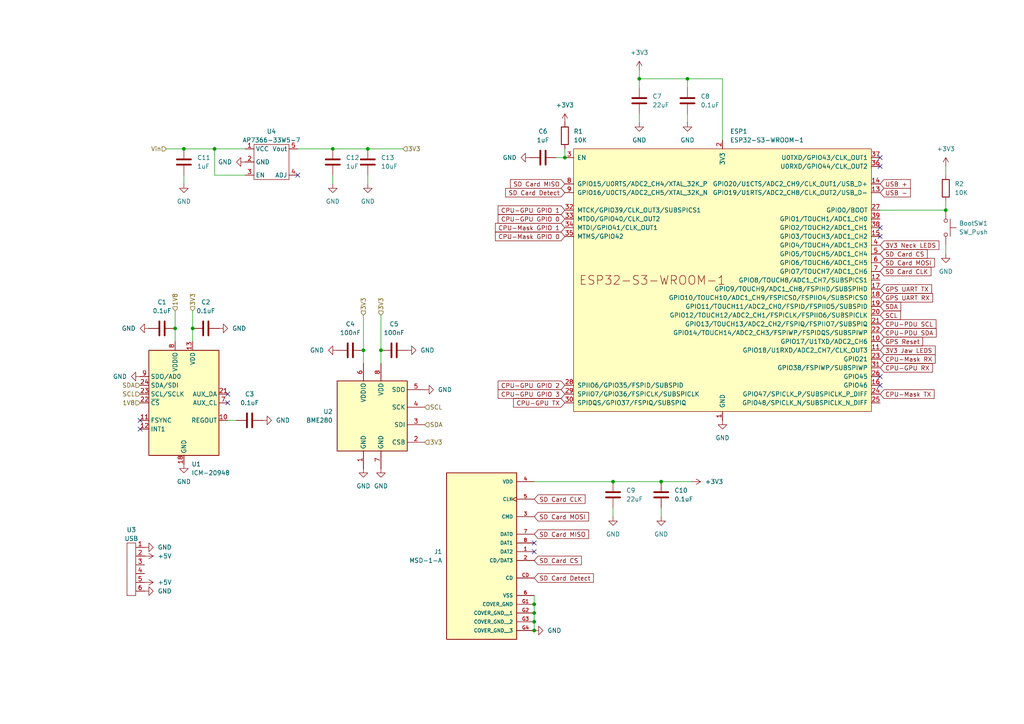
<source format=kicad_sch>
(kicad_sch (version 20231120) (generator "eeschema") (generator_version "8.0")
  (paper "A4")
  (lib_symbols
    (symbol "AP7366_SOT_25:AP7366_SOT25"
      (property "Reference" "U" (at 0 5.334 0))
      (symbol "AP7366_SOT25_0_1"
        (rectangle (start -5.08 3.81) (end 5.08 -6.35))
      )
      (symbol "AP7366_SOT25_1_1"
        (pin power_in line (at -7.62 2.54 0) (length 2.54) (name "VCC") (number "1"))
        (pin power_in line (at -7.62 -1.27 0) (length 2.54) (name "GND") (number "2"))
        (pin input line (at -7.62 -5.08 0) (length 2.54) (name "EN") (number "3"))
        (pin power_in line (at 7.62 -5.08 180) (length 2.54) (name "ADJ") (number "4"))
        (pin power_in line (at 7.62 2.54 180) (length 2.54) (name "Vout") (number "5"))
      )
    )
    (symbol "Device:C" (pin_numbers hide) (pin_names (offset 0.254))
      (property "Reference" "C" (at 0.635 2.54 0))
      (property "Value" "C" (at 0.635 -2.54 0))
      (symbol "C_0_1"
        (polyline (pts (xy -2.032 -0.762) (xy 2.032 -0.762)) (stroke (width 0.508)))
        (polyline (pts (xy -2.032 0.762) (xy 2.032 0.762)) (stroke (width 0.508)))
      )
      (symbol "C_1_1"
        (pin passive line (at 0 3.81 270) (length 2.794) (name "~") (number "1"))
        (pin passive line (at 0 -3.81 90) (length 2.794) (name "~") (number "2"))
      )
    )
    (symbol "Device:R" (pin_numbers hide) (pin_names (offset 0))
      (property "Reference" "R" (at 2.032 0 90))
      (property "Value" "R" (at 0 0 90))
      (symbol "R_0_1"
        (rectangle (start -1.016 -2.54) (end 1.016 2.54) (stroke (width 0.254)))
      )
      (symbol "R_1_1"
        (pin passive line (at 0 3.81 270) (length 1.27) (name "~") (number "1"))
        (pin passive line (at 0 -3.81 90) (length 1.27) (name "~") (number "2"))
      )
    )
    (symbol "FCC_Connector:FFC_6P"
      (property "Reference" "U" (at 0 9.398 0))
      (symbol "FFC_6P_0_1"
        (rectangle (start -1.27 7.62) (end 1.27 -7.62))
      )
      (symbol "FFC_6P_1_1"
        (pin input line (at 3.81 6.35 180) (length 2.54) (name "") (number "1"))
        (pin input line (at 3.81 3.81 180) (length 2.54) (name "") (number "2"))
        (pin input line (at 3.81 1.27 180) (length 2.54) (name "") (number "3"))
        (pin input line (at 3.81 -1.27 180) (length 2.54) (name "") (number "4"))
        (pin input line (at 3.81 -3.81 180) (length 2.54) (name "") (number "5"))
        (pin input line (at 3.81 -6.35 180) (length 2.54) (name "") (number "6"))
      )
    )
    (symbol "MicroSD_MSD_1_A:MSD-1-A" (pin_names (offset 1.016))
      (property "Reference" "J" (at -10.16 21.082 0))
      (property "Value" "MSD-1-A" (at -10.16 -30.48 0))
      (symbol "MSD-1-A_0_0"
        (rectangle (start -10.16 -27.94) (end 10.16 20.32) (stroke (width 0.254)) (fill (type background)))
        (pin bidirectional line (at -15.24 -2.54 0) (length 5.08) (name "DAT2") (number "1"))
        (pin bidirectional line (at -15.24 -5.08 0) (length 5.08) (name "CD/DAT3") (number "2"))
        (pin bidirectional line (at -15.24 7.62 0) (length 5.08) (name "CMD") (number "3"))
        (pin power_in line (at -15.24 17.78 0) (length 5.08) (name "VDD") (number "4"))
        (pin input clock (at -15.24 12.7 0) (length 5.08) (name "CLK") (number "5"))
        (pin power_in line (at -15.24 -15.24 0) (length 5.08) (name "VSS") (number "6"))
        (pin bidirectional line (at -15.24 2.54 0) (length 5.08) (name "DAT0") (number "7"))
        (pin bidirectional line (at -15.24 0 0) (length 5.08) (name "DAT1") (number "8"))
        (pin passive line (at -15.24 -10.16 0) (length 5.08) (name "CD") (number "CD"))
        (pin power_in line (at -15.24 -17.78 0) (length 5.08) (name "COVER_GND") (number "G1"))
        (pin power_in line (at -15.24 -20.32 0) (length 5.08) (name "COVER_GND__1") (number "G2"))
        (pin power_in line (at -15.24 -22.86 0) (length 5.08) (name "COVER_GND__2") (number "G3"))
        (pin power_in line (at -15.24 -25.4 0) (length 5.08) (name "COVER_GND__3") (number "G4"))
      )
    )
    (symbol "PCM_Espressif:ESP32-S3-WROOM-1" (pin_names (offset 1.016))
      (property "Reference" "U" (at -43.18 43.18 0))
      (property "Value" "ESP32-S3-WROOM-1" (at -43.18 40.64 0))
      (symbol "ESP32-S3-WROOM-1_0_0"
        (text "ESP32-S3-WROOM-1" (at -20.32 0 0) (effects (font (size 2.54 2.54))))
        (pin power_in line (at 0 -40.64 90) (length 2.54) (name "GND") (number "1"))
        (pin bidirectional line (at 45.72 -17.78 180) (length 2.54) (name "GPIO17/U1TXD/ADC2_CH6") (number "10"))
        (pin bidirectional line (at 45.72 -20.32 180) (length 2.54) (name "GPIO18/U1RXD/ADC2_CH7/CLK_OUT3") (number "11"))
        (pin bidirectional line (at 45.72 0 180) (length 2.54) (name "GPIO8/TOUCH8/ADC1_CH7/SUBSPICS1") (number "12"))
        (pin bidirectional line (at 45.72 25.4 180) (length 2.54) (name "GPIO19/U1RTS/ADC2_CH8/CLK_OUT2/USB_D-") (number "13"))
        (pin bidirectional line (at 45.72 27.94 180) (length 2.54) (name "GPIO20/U1CTS/ADC2_CH9/CLK_OUT1/USB_D+") (number "14"))
        (pin bidirectional line (at 45.72 12.7 180) (length 2.54) (name "GPIO3/TOUCH3/ADC1_CH2") (number "15"))
        (pin bidirectional line (at 45.72 -30.48 180) (length 2.54) (name "GPIO46") (number "16"))
        (pin bidirectional line (at 45.72 -2.54 180) (length 2.54) (name "GPIO9/TOUCH9/ADC1_CH8/FSPIHD/SUBSPIHD") (number "17"))
        (pin bidirectional line (at 45.72 -5.08 180) (length 2.54) (name "GPIO10/TOUCH10/ADC1_CH9/FSPICS0/FSPIIO4/SUBSPICS0") (number "18"))
        (pin bidirectional line (at 45.72 -7.62 180) (length 2.54) (name "GPIO11/TOUCH11/ADC2_CH0/FSPID/FSPIIO5/SUBSPID") (number "19"))
        (pin power_in line (at 0 40.64 270) (length 2.54) (name "3V3") (number "2"))
        (pin bidirectional line (at 45.72 -10.16 180) (length 2.54) (name "GPIO12/TOUCH12/ADC2_CH1/FSPICLK/FSPIIO6/SUBSPICLK") (number "20"))
        (pin bidirectional line (at 45.72 -12.7 180) (length 2.54) (name "GPIO13/TOUCH13/ADC2_CH2/FSPIQ/FSPIIO7/SUBSPIQ") (number "21"))
        (pin bidirectional line (at 45.72 -15.24 180) (length 2.54) (name "GPIO14/TOUCH14/ADC2_CH3/FSPIWP/FSPIDQS/SUBSPIWP") (number "22"))
        (pin bidirectional line (at 45.72 -22.86 180) (length 2.54) (name "GPIO21") (number "23"))
        (pin bidirectional line (at 45.72 -33.02 180) (length 2.54) (name "GPIO47/SPICLK_P/SUBSPICLK_P_DIFF") (number "24"))
        (pin bidirectional line (at 45.72 -35.56 180) (length 2.54) (name "GPIO48/SPICLK_N/SUBSPICLK_N_DIFF") (number "25"))
        (pin bidirectional line (at 45.72 -27.94 180) (length 2.54) (name "GPIO45") (number "26"))
        (pin bidirectional line (at 45.72 20.32 180) (length 2.54) (name "GPIO0/BOOT") (number "27"))
        (pin bidirectional line (at -45.72 -30.48 0) (length 2.54) (name "SPIIO6/GPIO35/FSPID/SUBSPID") (number "28"))
        (pin bidirectional line (at -45.72 -33.02 0) (length 2.54) (name "SPIIO7/GPIO36/FSPICLK/SUBSPICLK") (number "29"))
        (pin input line (at -45.72 35.56 0) (length 2.54) (name "EN") (number "3"))
        (pin bidirectional line (at -45.72 -35.56 0) (length 2.54) (name "SPIDQS/GPIO37/FSPIQ/SUBSPIQ") (number "30"))
        (pin bidirectional line (at 45.72 -25.4 180) (length 2.54) (name "GPIO38/FSPIWP/SUBSPIWP") (number "31"))
        (pin bidirectional line (at -45.72 20.32 0) (length 2.54) (name "MTCK/GPIO39/CLK_OUT3/SUBSPICS1") (number "32"))
        (pin bidirectional line (at -45.72 17.78 0) (length 2.54) (name "MTDO/GPIO40/CLK_OUT2") (number "33"))
        (pin bidirectional line (at -45.72 15.24 0) (length 2.54) (name "MTDI/GPIO41/CLK_OUT1") (number "34"))
        (pin bidirectional line (at -45.72 12.7 0) (length 2.54) (name "MTMS/GPIO42") (number "35"))
        (pin bidirectional line (at 45.72 33.02 180) (length 2.54) (name "U0RXD/GPIO44/CLK_OUT2") (number "36"))
        (pin bidirectional line (at 45.72 35.56 180) (length 2.54) (name "U0TXD/GPIO43/CLK_OUT1") (number "37"))
        (pin bidirectional line (at 45.72 15.24 180) (length 2.54) (name "GPIO2/TOUCH2/ADC1_CH1") (number "38"))
        (pin bidirectional line (at 45.72 17.78 180) (length 2.54) (name "GPIO1/TOUCH1/ADC1_CH0") (number "39"))
        (pin bidirectional line (at 45.72 10.16 180) (length 2.54) (name "GPIO4/TOUCH4/ADC1_CH3") (number "4"))
        (pin passive line (at 0 -40.64 90) (length 2.54) hide (name "GND") (number "40"))
        (pin passive line (at 0 -40.64 90) (length 2.54) hide (name "GND") (number "41"))
        (pin bidirectional line (at 45.72 7.62 180) (length 2.54) (name "GPIO5/TOUCH5/ADC1_CH4") (number "5"))
        (pin bidirectional line (at 45.72 5.08 180) (length 2.54) (name "GPIO6/TOUCH6/ADC1_CH5") (number "6"))
        (pin bidirectional line (at 45.72 2.54 180) (length 2.54) (name "GPIO7/TOUCH7/ADC1_CH6") (number "7"))
        (pin bidirectional line (at -45.72 27.94 0) (length 2.54) (name "GPIO15/U0RTS/ADC2_CH4/XTAL_32K_P") (number "8"))
        (pin bidirectional line (at -45.72 25.4 0) (length 2.54) (name "GPIO16/U0CTS/ADC2_CH5/XTAL_32K_N") (number "9"))
      )
      (symbol "ESP32-S3-WROOM-1_0_1"
        (rectangle (start -43.18 38.1) (end 43.18 -38.1) (fill (type background)))
      )
    )
    (symbol "Sensor:BME280"
      (property "Reference" "U" (at -8.89 11.43 0))
      (property "Value" "BME280" (at 7.62 11.43 0))
      (symbol "BME280_0_1"
        (rectangle (start -10.16 10.16) (end 10.16 -10.16) (stroke (width 0.254)) (fill (type background)))
      )
      (symbol "BME280_1_1"
        (pin power_in line (at -2.54 -15.24 90) (length 5.08) (name "GND") (number "1"))
        (pin input line (at 15.24 -7.62 180) (length 5.08) (name "CSB") (number "2"))
        (pin bidirectional line (at 15.24 -2.54 180) (length 5.08) (name "SDI") (number "3"))
        (pin input line (at 15.24 2.54 180) (length 5.08) (name "SCK") (number "4"))
        (pin bidirectional line (at 15.24 7.62 180) (length 5.08) (name "SDO") (number "5"))
        (pin power_in line (at -2.54 15.24 270) (length 5.08) (name "VDDIO") (number "6"))
        (pin power_in line (at 2.54 -15.24 90) (length 5.08) (name "GND") (number "7"))
        (pin power_in line (at 2.54 15.24 270) (length 5.08) (name "VDD") (number "8"))
      )
    )
    (symbol "Sensor_Motion:ICM-20948"
      (property "Reference" "U" (at -11.43 16.51 0))
      (property "Value" "ICM-20948" (at 7.62 -16.51 0))
      (symbol "ICM-20948_0_1"
        (rectangle (start -10.16 15.24) (end 10.16 -15.24) (stroke (width 0.254)) (fill (type background)))
      )
      (symbol "ICM-20948_1_1"
        (pin no_connect line (at -10.16 12.7 0) (length 2.54) hide (name "NC") (number "1"))
        (pin passive line (at 12.7 -5.08 180) (length 2.54) (name "REGOUT") (number "10"))
        (pin input line (at -12.7 -5.08 0) (length 2.54) (name "FSYNC") (number "11"))
        (pin output line (at -12.7 -7.62 0) (length 2.54) (name "INT1") (number "12"))
        (pin power_in line (at 2.54 17.78 270) (length 2.54) (name "VDD") (number "13"))
        (pin no_connect line (at 10.16 7.62 180) (length 2.54) hide (name "NC") (number "14"))
        (pin no_connect line (at 10.16 5.08 180) (length 2.54) hide (name "NC") (number "15"))
        (pin no_connect line (at 10.16 -7.62 180) (length 2.54) hide (name "NC") (number "16"))
        (pin no_connect line (at 10.16 -10.16 180) (length 2.54) hide (name "NC") (number "17"))
        (pin power_in line (at 0 -17.78 90) (length 2.54) (name "GND") (number "18"))
        (pin no_connect line (at 10.16 -12.7 180) (length 2.54) hide (name "RESV") (number "19"))
        (pin no_connect line (at -10.16 10.16 0) (length 2.54) hide (name "NC") (number "2"))
        (pin passive line (at 0 -17.78 90) (length 2.54) hide (name "GND") (number "20"))
        (pin bidirectional line (at 12.7 2.54 180) (length 2.54) (name "AUX_DA") (number "21"))
        (pin input line (at -12.7 0 0) (length 2.54) (name "~{CS}") (number "22"))
        (pin input line (at -12.7 2.54 0) (length 2.54) (name "SCL/SCLK") (number "23"))
        (pin bidirectional line (at -12.7 5.08 0) (length 2.54) (name "SDA/SDI") (number "24"))
        (pin no_connect line (at -10.16 -2.54 0) (length 2.54) hide (name "NC") (number "3"))
        (pin no_connect line (at -10.16 -10.16 0) (length 2.54) hide (name "NC") (number "4"))
        (pin no_connect line (at -10.16 -12.7 0) (length 2.54) hide (name "NC") (number "5"))
        (pin no_connect line (at 10.16 10.16 180) (length 2.54) hide (name "NC") (number "6"))
        (pin output line (at 12.7 0 180) (length 2.54) (name "AUX_CL") (number "7"))
        (pin power_in line (at -2.54 17.78 270) (length 2.54) (name "VDDIO") (number "8"))
        (pin bidirectional line (at -12.7 7.62 0) (length 2.54) (name "SDO/AD0") (number "9"))
      )
    )
    (symbol "Switch:SW_Push" (pin_numbers hide) (pin_names (offset 1.016) hide)
      (property "Reference" "SW" (at 1.27 2.54 0))
      (property "Value" "SW_Push" (at 0 -1.524 0))
      (symbol "SW_Push_0_1"
        (circle (center -2.032 0) (radius 0.508))
        (polyline (pts (xy 0 1.27) (xy 0 3.048)))
        (polyline (pts (xy 2.54 1.27) (xy -2.54 1.27)))
        (circle (center 2.032 0) (radius 0.508))
        (pin passive line (at -5.08 0 0) (length 2.54) (name "1") (number "1"))
        (pin passive line (at 5.08 0 180) (length 2.54) (name "2") (number "2"))
      )
    )
    (symbol "power:+3V3" (power) (pin_numbers hide) (pin_names (offset 0) hide)
      (property "Value" "+3V3" (at 0 3.556 0))
      (symbol "+3V3_0_1"
        (polyline (pts (xy -0.762 1.27) (xy 0 2.54)))
        (polyline (pts (xy 0 0) (xy 0 2.54)))
        (polyline (pts (xy 0 2.54) (xy 0.762 1.27)))
      )
      (symbol "+3V3_1_1"
        (pin power_in line (at 0 0 90) (length 0) (name "~") (number "1"))
      )
    )
    (symbol "power:+5V" (power) (pin_numbers hide) (pin_names (offset 0) hide)
      (property "Value" "+5V" (at 0 3.556 0))
      (symbol "+5V_0_1"
        (polyline (pts (xy -0.762 1.27) (xy 0 2.54)))
        (polyline (pts (xy 0 0) (xy 0 2.54)))
        (polyline (pts (xy 0 2.54) (xy 0.762 1.27)))
      )
      (symbol "+5V_1_1"
        (pin power_in line (at 0 0 90) (length 0) (name "~") (number "1"))
      )
    )
    (symbol "power:GND" (power) (pin_numbers hide) (pin_names (offset 0) hide)
      (property "Value" "GND" (at 0 -3.81 0))
      (symbol "GND_0_1"
        (polyline (pts (xy 0 0) (xy 0 -1.27) (xy 1.27 -1.27) (xy 0 -2.54) (xy -1.27 -1.27) (xy 0 -1.27)))
      )
      (symbol "GND_1_1"
        (pin power_in line (at 0 0 270) (length 0) (name "~") (number "1"))
      )
    )
  )
  (junction (at 106.68 43.18))
  (junction (at 110.49 101.6))
  (junction (at 274.32 60.96))
  (junction (at 105.41 101.6))
  (junction (at 50.8 95.25))
  (junction (at 62.23 43.18))
  (junction (at 53.34 43.18))
  (junction (at 154.94 180.34))
  (junction (at 154.94 175.26))
  (junction (at 199.39 22.86))
  (junction (at 163.83 45.72))
  (junction (at 154.94 177.8))
  (junction (at 96.52 43.18))
  (junction (at 55.88 95.25))
  (junction (at 154.94 182.88))
  (junction (at 177.8 139.7))
  (junction (at 185.42 22.86))
  (junction (at 191.77 139.7))
  (no_connect (at 255.27 66.04))
  (no_connect (at 154.94 157.48))
  (no_connect (at 255.27 111.76))
  (no_connect (at 86.36 50.8))
  (no_connect (at 255.27 109.22))
  (no_connect (at 255.27 68.58))
  (no_connect (at 40.64 121.92))
  (no_connect (at 66.04 114.3))
  (no_connect (at 40.64 124.46))
  (no_connect (at 255.27 48.26))
  (no_connect (at 154.94 160.02))
  (no_connect (at 66.04 116.84))
  (no_connect (at 255.27 45.72))
  (wire (pts (xy 274.32 48.26) (xy 274.32 50.8)))
  (wire (pts (xy 50.8 95.25) (xy 50.8 99.06)))
  (wire (pts (xy 105.41 91.44) (xy 105.41 101.6)))
  (wire (pts (xy 53.34 43.18) (xy 62.23 43.18)))
  (wire (pts (xy 96.52 50.8) (xy 96.52 53.34)))
  (wire (pts (xy 163.83 43.18) (xy 163.83 45.72)))
  (wire (pts (xy 274.32 73.66) (xy 274.32 71.12)))
  (wire (pts (xy 53.34 50.8) (xy 53.34 53.34)))
  (wire (pts (xy 274.32 58.42) (xy 274.32 60.96)))
  (wire (pts (xy 209.55 22.86) (xy 209.55 40.64)))
  (wire (pts (xy 86.36 43.18) (xy 96.52 43.18)))
  (wire (pts (xy 154.94 182.88) (xy 154.94 180.34)))
  (wire (pts (xy 106.68 43.18) (xy 96.52 43.18)))
  (wire (pts (xy 161.29 45.72) (xy 163.83 45.72)))
  (wire (pts (xy 110.49 91.44) (xy 110.49 101.6)))
  (wire (pts (xy 185.42 22.86) (xy 185.42 25.4)))
  (wire (pts (xy 106.68 43.18) (xy 116.84 43.18)))
  (wire (pts (xy 154.94 139.7) (xy 177.8 139.7)))
  (wire (pts (xy 154.94 177.8) (xy 154.94 180.34)))
  (wire (pts (xy 177.8 139.7) (xy 191.77 139.7)))
  (wire (pts (xy 110.49 101.6) (xy 110.49 105.41)))
  (wire (pts (xy 199.39 22.86) (xy 209.55 22.86)))
  (wire (pts (xy 154.94 175.26) (xy 154.94 177.8)))
  (wire (pts (xy 177.8 147.32) (xy 177.8 149.86)))
  (wire (pts (xy 55.88 95.25) (xy 55.88 99.06)))
  (wire (pts (xy 62.23 43.18) (xy 71.12 43.18)))
  (wire (pts (xy 62.23 50.8) (xy 62.23 43.18)))
  (wire (pts (xy 154.94 172.72) (xy 154.94 175.26)))
  (wire (pts (xy 185.42 33.02) (xy 185.42 35.56)))
  (wire (pts (xy 71.12 50.8) (xy 62.23 50.8)))
  (wire (pts (xy 106.68 50.8) (xy 106.68 53.34)))
  (wire (pts (xy 50.8 90.17) (xy 50.8 95.25)))
  (wire (pts (xy 68.58 121.92) (xy 66.04 121.92)))
  (wire (pts (xy 199.39 22.86) (xy 199.39 25.4)))
  (wire (pts (xy 105.41 101.6) (xy 105.41 105.41)))
  (wire (pts (xy 199.39 33.02) (xy 199.39 35.56)))
  (wire (pts (xy 55.88 90.17) (xy 55.88 95.25)))
  (wire (pts (xy 48.26 43.18) (xy 53.34 43.18)))
  (wire (pts (xy 191.77 147.32) (xy 191.77 149.86)))
  (wire (pts (xy 200.66 139.7) (xy 191.77 139.7)))
  (wire (pts (xy 255.27 60.96) (xy 274.32 60.96)))
  (wire (pts (xy 185.42 20.32) (xy 185.42 22.86)))
  (wire (pts (xy 185.42 22.86) (xy 199.39 22.86)))
  (global_label "USB -" (shape input) (at 255.27 55.88 0) (property "Intersheetrefs" "${INTERSHEET_REFS}" (effects (hide yes))))
  (global_label "SD Card CS" (shape input) (at 255.27 73.66 0) (property "Intersheetrefs" "${INTERSHEET_REFS}" (effects (hide yes))))
  (global_label "GPS Reset" (shape input) (at 255.27 99.06 0) (property "Intersheetrefs" "${INTERSHEET_REFS}" (effects (hide yes))))
  (global_label "CPU-GPU GPIO 2" (shape input) (at 163.83 111.76 180) (property "Intersheetrefs" "${INTERSHEET_REFS}" (effects (hide yes))))
  (global_label "SD Card MISO" (shape input) (at 163.83 53.34 180) (property "Intersheetrefs" "${INTERSHEET_REFS}" (effects (hide yes))))
  (global_label "CPU-GPU RX" (shape input) (at 255.27 106.68 0) (property "Intersheetrefs" "${INTERSHEET_REFS}" (effects (hide yes))))
  (global_label "CPU-PDU SCL" (shape input) (at 255.27 93.98 0) (property "Intersheetrefs" "${INTERSHEET_REFS}" (effects (hide yes))))
  (global_label "SD Card CLK" (shape input) (at 154.94 144.78 0) (property "Intersheetrefs" "${INTERSHEET_REFS}" (effects (hide yes))))
  (global_label "3V3 Neck LEDS" (shape input) (at 255.27 71.12 0) (property "Intersheetrefs" "${INTERSHEET_REFS}" (effects (hide yes))))
  (global_label "SD Card CLK" (shape input) (at 255.27 78.74 0) (property "Intersheetrefs" "${INTERSHEET_REFS}" (effects (hide yes))))
  (global_label "SD Card Detect" (shape input) (at 163.83 55.88 180) (property "Intersheetrefs" "${INTERSHEET_REFS}" (effects (hide yes))))
  (global_label "GPS UART RX" (shape input) (at 255.27 86.36 0) (property "Intersheetrefs" "${INTERSHEET_REFS}" (effects (hide yes))))
  (global_label "GPS UART TX" (shape input) (at 255.27 83.82 0) (property "Intersheetrefs" "${INTERSHEET_REFS}" (effects (hide yes))))
  (global_label "CPU-GPU TX" (shape input) (at 163.83 116.84 180) (property "Intersheetrefs" "${INTERSHEET_REFS}" (effects (hide yes))))
  (global_label "CPU-GPU GPIO 1" (shape input) (at 163.83 60.96 180) (property "Intersheetrefs" "${INTERSHEET_REFS}" (effects (hide yes))))
  (global_label "3V3 Jaw LEDS" (shape input) (at 255.27 101.6 0) (property "Intersheetrefs" "${INTERSHEET_REFS}" (effects (hide yes))))
  (global_label "CPU-Mask GPIO 0" (shape input) (at 163.83 68.58 180) (property "Intersheetrefs" "${INTERSHEET_REFS}" (effects (hide yes))))
  (global_label "SD Card MOSI" (shape input) (at 255.27 76.2 0) (property "Intersheetrefs" "${INTERSHEET_REFS}" (effects (hide yes))))
  (global_label "SD Card MOSI" (shape input) (at 154.94 149.86 0) (property "Intersheetrefs" "${INTERSHEET_REFS}" (effects (hide yes))))
  (global_label "CPU-Mask RX" (shape input) (at 255.27 104.14 0) (property "Intersheetrefs" "${INTERSHEET_REFS}" (effects (hide yes))))
  (global_label "SD Card CS" (shape input) (at 154.94 162.56 0) (property "Intersheetrefs" "${INTERSHEET_REFS}" (effects (hide yes))))
  (global_label "SDA" (shape input) (at 255.27 88.9 0) (property "Intersheetrefs" "${INTERSHEET_REFS}" (effects (hide yes))))
  (global_label "SD Card Detect" (shape input) (at 154.94 167.64 0) (property "Intersheetrefs" "${INTERSHEET_REFS}" (effects (hide yes))))
  (global_label "CPU-Mask GPIO 1" (shape input) (at 163.83 66.04 180) (property "Intersheetrefs" "${INTERSHEET_REFS}" (effects (hide yes))))
  (global_label "CPU-PDU SDA" (shape input) (at 255.27 96.52 0) (property "Intersheetrefs" "${INTERSHEET_REFS}" (effects (hide yes))))
  (global_label "SD Card MISO" (shape input) (at 154.94 154.94 0) (property "Intersheetrefs" "${INTERSHEET_REFS}" (effects (hide yes))))
  (global_label "USB +" (shape input) (at 255.27 53.34 0) (property "Intersheetrefs" "${INTERSHEET_REFS}" (effects (hide yes))))
  (global_label "CPU-Mask TX" (shape input) (at 255.27 114.3 0) (property "Intersheetrefs" "${INTERSHEET_REFS}" (effects (hide yes))))
  (global_label "CPU-GPU GPIO 0" (shape input) (at 163.83 63.5 180) (property "Intersheetrefs" "${INTERSHEET_REFS}" (effects (hide yes))))
  (global_label "CPU-GPU GPIO 3" (shape input) (at 163.83 114.3 180) (property "Intersheetrefs" "${INTERSHEET_REFS}" (effects (hide yes))))
  (global_label "SCL" (shape input) (at 255.27 91.44 0) (property "Intersheetrefs" "${INTERSHEET_REFS}" (effects (hide yes))))
  (hierarchical_label "3V3" (shape input) (at 110.49 91.44 90))
  (hierarchical_label "SDA" (shape input) (at 40.64 111.76 180))
  (hierarchical_label "3V3" (shape input) (at 123.19 128.27 0))
  (hierarchical_label "3V3" (shape input) (at 55.88 90.17 90))
  (hierarchical_label "1V8" (shape input) (at 50.8 90.17 90))
  (hierarchical_label "Vin" (shape input) (at 48.26 43.18 180))
  (hierarchical_label "SDA" (shape input) (at 123.19 123.19 0))
  (hierarchical_label "3V3" (shape input) (at 116.84 43.18 0))
  (hierarchical_label "SCL" (shape input) (at 40.64 114.3 180))
  (hierarchical_label "SCL" (shape input) (at 123.19 118.11 0))
  (hierarchical_label "1V8" (shape input) (at 40.64 116.84 180))
  (hierarchical_label "3V3" (shape input) (at 105.41 91.44 90))
  (symbol (lib_id "Switch:SW_Push") (at 274.32 66.04 270) (unit 1)
    (property "Reference" "BootSW1" (at 278.13 64.7699 90) (effects (justify left)))
    (property "Value" "SW_Push" (at 278.13 67.3099 90) (effects (justify left)))
    (property "Footprint" "Button-R-667843:Button-R-667843" (effects (hide yes)))
    (property "Description" "Push button switch, generic, two pins" (effects (hide yes)))
  )
  (symbol (lib_id "power:GND") (at 153.67 45.72 270) (unit 1)
    (property "Reference" "#PWR011" (effects (hide yes)))
    (property "Value" "GND" (at 149.86 45.7199 90) (effects (justify right)))
    (property "Description" "Power symbol creates a global label with name \"GND\" , ground" (effects (hide yes)))
  )
  (symbol (lib_id "Sensor_Motion:ICM-20948") (at 53.34 116.84 0) (unit 1)
    (property "Reference" "U1" (at 55.5341 134.62 0) (effects (justify left)))
    (property "Value" "ICM-20948" (at 55.5341 137.16 0) (effects (justify left)))
    (property "Footprint" "Sensor_Motion:InvenSense_QFN-24_3x3mm_P0.4mm" (effects (hide yes)))
    (property "Datasheet" "http://www.invensense.com/wp-content/uploads/2016/06/DS-000189-ICM-20948-v1.3.pdf" (effects (hide yes)))
    (property "Description" "InvenSense 9-Axis Motion Sensor, Accelerometer, Gyroscope, Compass, I2C/SPI, QFN-24" (effects (hide yes)))
  )
  (symbol (lib_id "PCM_Espressif:ESP32-S3-WROOM-1") (at 209.55 81.28 0) (unit 1)
    (property "Reference" "ESP1" (at 211.7441 38.1 0) (effects (justify left)))
    (property "Value" "ESP32-S3-WROOM-1" (at 211.7441 40.64 0) (effects (justify left)))
    (property "Footprint" "PCM_Espressif:ESP32-S3-WROOM-1U" (effects (hide yes)))
    (property "Datasheet" "https://www.espressif.com/sites/default/files/documentation/esp32-s3-wroom-1_wroom-1u_datasheet_en.pdf" (effects (hide yes)))
    (property "Description" "2.4 GHz WiFi (802.11 b/g/n) and Bluetooth ® 5 (LE) module Built around ESP32S3 series of SoCs, Xtensa ® dualcore 32bit LX7 microprocessor Flash up to 16 MB, PSRAM up to 8 MB 36 GPIOs, rich set of peripherals Onboard PCB antenna" (effects (hide yes)))
  )
  (symbol (lib_id "Device:C") (at 106.68 46.99 0) (unit 1)
    (property "Reference" "C13" (at 110.49 45.7199 0) (effects (justify left)))
    (property "Value" "10uF" (at 110.49 48.2599 0) (effects (justify left)))
    (property "Footprint" "Capacitor_SMD:C_0603_1608Metric" (effects (hide yes)))
    (property "Description" "Unpolarized capacitor" (effects (hide yes)))
  )
  (symbol (lib_id "Device:C") (at 114.3 101.6 90) (unit 1)
    (property "Reference" "C5" (at 114.3 93.98 90))
    (property "Value" "100nF" (at 114.3 96.52 90))
    (property "Footprint" "Capacitor_SMD:C_0402_1005Metric_Pad0.74x0.62mm_HandSolder" (effects (hide yes)))
    (property "Description" "Unpolarized capacitor" (effects (hide yes)))
  )
  (symbol (lib_id "power:GND") (at 185.42 35.56 0) (unit 1)
    (property "Reference" "#PWR014" (effects (hide yes)))
    (property "Value" "GND" (at 185.42 40.64 0))
    (property "Description" "Power symbol creates a global label with name \"GND\" , ground" (effects (hide yes)))
  )
  (symbol (lib_id "power:GND") (at 71.12 46.99 270) (unit 1)
    (property "Reference" "#PWR028" (effects (hide yes)))
    (property "Value" "GND" (at 67.31 46.9899 90) (effects (justify right)))
    (property "Description" "Power symbol creates a global label with name \"GND\" , ground" (effects (hide yes)))
  )
  (symbol (lib_id "AP7366_SOT_25:AP7366_SOT25") (at 78.74 45.72 0) (unit 1)
    (property "Reference" "U4" (at 78.74 38.1 0))
    (property "Value" "AP7366-33W5-7" (at 78.74 40.64 0))
    (property "Footprint" "AP7366-SOT25:AP7366" (effects (hide yes)))
  )
  (symbol (lib_id "power:+5V") (at 41.91 161.29 270) (unit 1)
    (property "Reference" "#PWR025" (effects (hide yes)))
    (property "Value" "+5V" (at 45.72 161.2899 90) (effects (justify left)))
    (property "Description" "Power symbol creates a global label with name \"+5V\"" (effects (hide yes)))
  )
  (symbol (lib_id "power:+3V3") (at 200.66 139.7 270) (unit 1)
    (property "Reference" "#PWR020" (effects (hide yes)))
    (property "Value" "+3V3" (at 204.47 139.6999 90) (effects (justify left)))
    (property "Description" "Power symbol creates a global label with name \"+3V3\"" (effects (hide yes)))
  )
  (symbol (lib_id "Device:C") (at 72.39 121.92 90) (unit 1)
    (property "Reference" "C3" (at 72.39 114.3 90))
    (property "Value" "0.1uF" (at 72.39 116.84 90))
    (property "Footprint" "Capacitor_SMD:C_0402_1005Metric_Pad0.74x0.62mm_HandSolder" (effects (hide yes)))
    (property "Description" "Unpolarized capacitor" (effects (hide yes)))
  )
  (symbol (lib_id "Device:C") (at 191.77 143.51 0) (unit 1)
    (property "Reference" "C10" (at 195.58 142.2399 0) (effects (justify left)))
    (property "Value" "0.1uF" (at 195.58 144.7799 0) (effects (justify left)))
    (property "Footprint" "Capacitor_SMD:C_0402_1005Metric_Pad0.74x0.62mm_HandSolder" (effects (hide yes)))
    (property "Description" "Unpolarized capacitor" (effects (hide yes)))
  )
  (symbol (lib_id "Device:C") (at 185.42 29.21 0) (unit 1)
    (property "Reference" "C7" (at 189.23 27.9399 0) (effects (justify left)))
    (property "Value" "22uF" (at 189.23 30.4799 0) (effects (justify left)))
    (property "Footprint" "Capacitor_SMD:C_0603_1608Metric_Pad1.08x0.95mm_HandSolder" (effects (hide yes)))
    (property "Description" "Unpolarized capacitor" (effects (hide yes)))
  )
  (symbol (lib_id "power:GND") (at 177.8 149.86 0) (unit 1)
    (property "Reference" "#PWR018" (effects (hide yes)))
    (property "Value" "GND" (at 177.8 154.94 0))
    (property "Description" "Power symbol creates a global label with name \"GND\" , ground" (effects (hide yes)))
  )
  (symbol (lib_id "power:GND") (at 76.2 121.92 90) (unit 1)
    (property "Reference" "#PWR05" (effects (hide yes)))
    (property "Value" "GND" (at 80.01 121.9199 90) (effects (justify right)))
    (property "Description" "Power symbol creates a global label with name \"GND\" , ground" (effects (hide yes)))
  )
  (symbol (lib_id "power:GND") (at 41.91 158.75 90) (unit 1)
    (property "Reference" "#PWR023" (effects (hide yes)))
    (property "Value" "GND" (at 45.72 158.7499 90) (effects (justify right)))
    (property "Description" "Power symbol creates a global label with name \"GND\" , ground" (effects (hide yes)))
  )
  (symbol (lib_id "power:GND") (at 96.52 53.34 0) (unit 1)
    (property "Reference" "#PWR029" (effects (hide yes)))
    (property "Value" "GND" (at 96.52 58.42 0))
    (property "Description" "Power symbol creates a global label with name \"GND\" , ground" (effects (hide yes)))
  )
  (symbol (lib_id "power:GND") (at 53.34 53.34 0) (unit 1)
    (property "Reference" "#PWR027" (effects (hide yes)))
    (property "Value" "GND" (at 53.34 58.42 0))
    (property "Description" "Power symbol creates a global label with name \"GND\" , ground" (effects (hide yes)))
  )
  (symbol (lib_id "power:GND") (at 53.34 134.62 0) (unit 1)
    (property "Reference" "#PWR03" (effects (hide yes)))
    (property "Value" "GND" (at 53.34 139.7 0))
    (property "Description" "Power symbol creates a global label with name \"GND\" , ground" (effects (hide yes)))
  )
  (symbol (lib_id "Device:C") (at 101.6 101.6 90) (unit 1)
    (property "Reference" "C4" (at 101.6 93.98 90))
    (property "Value" "100nF" (at 101.6 96.52 90))
    (property "Footprint" "Capacitor_SMD:C_0402_1005Metric_Pad0.74x0.62mm_HandSolder" (effects (hide yes)))
    (property "Description" "Unpolarized capacitor" (effects (hide yes)))
  )
  (symbol (lib_id "Device:R") (at 163.83 39.37 0) (unit 1)
    (property "Reference" "R1" (at 166.37 38.0999 0) (effects (justify left)))
    (property "Value" "10K" (at 166.37 40.6399 0) (effects (justify left)))
    (property "Footprint" "Resistor_SMD:R_0603_1608Metric" (effects (hide yes)))
    (property "Description" "Resistor" (effects (hide yes)))
  )
  (symbol (lib_id "Device:C") (at 177.8 143.51 0) (unit 1)
    (property "Reference" "C9" (at 181.61 142.2399 0) (effects (justify left)))
    (property "Value" "22uF" (at 181.61 144.7799 0) (effects (justify left)))
    (property "Footprint" "Capacitor_SMD:C_0603_1608Metric_Pad1.08x0.95mm_HandSolder" (effects (hide yes)))
    (property "Description" "Unpolarized capacitor" (effects (hide yes)))
  )
  (symbol (lib_id "power:+5V") (at 41.91 168.91 270) (unit 1)
    (property "Reference" "#PWR026" (effects (hide yes)))
    (property "Value" "+5V" (at 45.72 168.9099 90) (effects (justify left)))
    (property "Description" "Power symbol creates a global label with name \"+5V\"" (effects (hide yes)))
  )
  (symbol (lib_id "Sensor:BME280") (at 107.95 120.65 0) (unit 1)
    (property "Reference" "U2" (at 96.52 119.3799 0) (effects (justify right)))
    (property "Value" "BME280" (at 96.52 121.9199 0) (effects (justify right)))
    (property "Footprint" "Package_LGA:Bosch_LGA-8_2.5x2.5mm_P0.65mm_ClockwisePinNumbering" (effects (hide yes)))
    (property "Datasheet" "https://www.bosch-sensortec.com/media/boschsensortec/downloads/datasheets/bst-bme280-ds002.pdf" (effects (hide yes)))
    (property "Description" "3-in-1 sensor, humidity, pressure, temperature, I2C and SPI interface, 1.71-3.6V, LGA-8" (effects (hide yes)))
  )
  (symbol (lib_id "Device:C") (at 157.48 45.72 90) (unit 1)
    (property "Reference" "C6" (at 157.48 38.1 90))
    (property "Value" "1uF" (at 157.48 40.64 90))
    (property "Footprint" "Capacitor_SMD:C_0603_1608Metric" (effects (hide yes)))
    (property "Description" "Unpolarized capacitor" (effects (hide yes)))
  )
  (symbol (lib_id "power:GND") (at 97.79 101.6 270) (unit 1)
    (property "Reference" "#PWR06" (effects (hide yes)))
    (property "Value" "GND" (at 93.98 101.5999 90) (effects (justify right)))
    (property "Description" "Power symbol creates a global label with name \"GND\" , ground" (effects (hide yes)))
  )
  (symbol (lib_id "FCC_Connector:FFC_6P") (at 38.1 165.1 0) (unit 1)
    (property "Reference" "U3" (at 38.1 153.67 0))
    (property "Value" "USB" (at 38.1 156.21 0))
    (property "Footprint" "FFC_Connector:FFC Aliexpress 0.5mm 6P" (effects (hide yes)))
  )
  (symbol (lib_id "power:GND") (at 110.49 135.89 0) (unit 1)
    (property "Reference" "#PWR08" (effects (hide yes)))
    (property "Value" "GND" (at 110.49 140.97 0))
    (property "Description" "Power symbol creates a global label with name \"GND\" , ground" (effects (hide yes)))
  )
  (symbol (lib_id "MicroSD_MSD_1_A:MSD-1-A") (at 139.7 157.48 0) (mirror y) (unit 1)
    (property "Reference" "J1" (at 128.27 160.0199 0) (effects (justify left)))
    (property "Value" "MSD-1-A" (at 128.27 162.5599 0) (effects (justify left)))
    (property "Footprint" "MicroSD_MSD_1_A:CUI_MSD-1-A" (effects (hide yes)))
    (property "PARTREV" "1.0" (effects (hide yes)))
    (property "STANDARD" "Manufacturer Recommendations" (effects (hide yes)))
    (property "MAXIMUM_PACKAGE_HEIGHT" "2.00mm" (effects (hide yes)))
    (property "MANUFACTURER" "CUI Devices" (effects (hide yes)))
  )
  (symbol (lib_id "power:+3V3") (at 185.42 20.32 0) (unit 1)
    (property "Reference" "#PWR013" (effects (hide yes)))
    (property "Value" "+3V3" (at 185.42 15.24 0))
    (property "Description" "Power symbol creates a global label with name \"+3V3\"" (effects (hide yes)))
  )
  (symbol (lib_id "power:GND") (at 106.68 53.34 0) (unit 1)
    (property "Reference" "#PWR030" (effects (hide yes)))
    (property "Value" "GND" (at 106.68 58.42 0))
    (property "Description" "Power symbol creates a global label with name \"GND\" , ground" (effects (hide yes)))
  )
  (symbol (lib_id "power:GND") (at 40.64 109.22 270) (unit 1)
    (property "Reference" "#PWR01" (effects (hide yes)))
    (property "Value" "GND" (at 36.83 109.2199 90) (effects (justify right)))
    (property "Description" "Power symbol creates a global label with name \"GND\" , ground" (effects (hide yes)))
  )
  (symbol (lib_id "Device:C") (at 53.34 46.99 0) (unit 1)
    (property "Reference" "C11" (at 57.15 45.7199 0) (effects (justify left)))
    (property "Value" "1uF" (at 57.15 48.2599 0) (effects (justify left)))
    (property "Footprint" "Resistor_SMD:R_0603_1608Metric" (effects (hide yes)))
    (property "Description" "Unpolarized capacitor" (effects (hide yes)))
  )
  (symbol (lib_id "power:+3V3") (at 274.32 48.26 0) (unit 1)
    (property "Reference" "#PWR021" (effects (hide yes)))
    (property "Value" "+3V3" (at 274.32 43.18 0))
    (property "Description" "Power symbol creates a global label with name \"+3V3\"" (effects (hide yes)))
  )
  (symbol (lib_id "Device:C") (at 59.69 95.25 90) (unit 1)
    (property "Reference" "C2" (at 59.69 87.63 90))
    (property "Value" "0.1uF" (at 59.69 90.17 90))
    (property "Footprint" "Capacitor_SMD:C_0402_1005Metric_Pad0.74x0.62mm_HandSolder" (effects (hide yes)))
    (property "Description" "Unpolarized capacitor" (effects (hide yes)))
  )
  (symbol (lib_id "Device:R") (at 274.32 54.61 0) (unit 1)
    (property "Reference" "R2" (at 276.86 53.3399 0) (effects (justify left)))
    (property "Value" "10K" (at 276.86 55.8799 0) (effects (justify left)))
    (property "Footprint" "Resistor_SMD:R_0603_1608Metric" (effects (hide yes)))
    (property "Description" "Resistor" (effects (hide yes)))
  )
  (symbol (lib_id "power:GND") (at 191.77 149.86 0) (unit 1)
    (property "Reference" "#PWR019" (effects (hide yes)))
    (property "Value" "GND" (at 191.77 154.94 0))
    (property "Description" "Power symbol creates a global label with name \"GND\" , ground" (effects (hide yes)))
  )
  (symbol (lib_id "power:GND") (at 154.94 182.88 90) (unit 1)
    (property "Reference" "#PWR016" (effects (hide yes)))
    (property "Value" "GND" (at 158.75 182.8799 90) (effects (justify right)))
    (property "Description" "Power symbol creates a global label with name \"GND\" , ground" (effects (hide yes)))
  )
  (symbol (lib_id "power:GND") (at 43.18 95.25 270) (unit 1)
    (property "Reference" "#PWR02" (effects (hide yes)))
    (property "Value" "GND" (at 39.37 95.2499 90) (effects (justify right)))
    (property "Description" "Power symbol creates a global label with name \"GND\" , ground" (effects (hide yes)))
  )
  (symbol (lib_id "power:GND") (at 274.32 73.66 0) (unit 1)
    (property "Reference" "#PWR022" (effects (hide yes)))
    (property "Value" "GND" (at 274.32 78.74 0))
    (property "Description" "Power symbol creates a global label with name \"GND\" , ground" (effects (hide yes)))
  )
  (symbol (lib_id "Device:C") (at 199.39 29.21 0) (unit 1)
    (property "Reference" "C8" (at 203.2 27.9399 0) (effects (justify left)))
    (property "Value" "0.1uF" (at 203.2 30.4799 0) (effects (justify left)))
    (property "Footprint" "Capacitor_SMD:C_0603_1608Metric_Pad1.08x0.95mm_HandSolder" (effects (hide yes)))
    (property "Description" "Unpolarized capacitor" (effects (hide yes)))
  )
  (symbol (lib_id "power:GND") (at 209.55 121.92 0) (unit 1)
    (property "Reference" "#PWR017" (effects (hide yes)))
    (property "Value" "GND" (at 209.55 127 0))
    (property "Description" "Power symbol creates a global label with name \"GND\" , ground" (effects (hide yes)))
  )
  (symbol (lib_id "power:GND") (at 63.5 95.25 90) (unit 1)
    (property "Reference" "#PWR04" (effects (hide yes)))
    (property "Value" "GND" (at 67.31 95.2499 90) (effects (justify right)))
    (property "Description" "Power symbol creates a global label with name \"GND\" , ground" (effects (hide yes)))
  )
  (symbol (lib_id "Device:C") (at 96.52 46.99 0) (unit 1)
    (property "Reference" "C12" (at 100.33 45.7199 0) (effects (justify left)))
    (property "Value" "1uF" (at 100.33 48.2599 0) (effects (justify left)))
    (property "Footprint" "Resistor_SMD:R_0603_1608Metric" (effects (hide yes)))
    (property "Description" "Unpolarized capacitor" (effects (hide yes)))
  )
  (symbol (lib_id "power:+3V3") (at 163.83 35.56 0) (unit 1)
    (property "Reference" "#PWR012" (effects (hide yes)))
    (property "Value" "+3V3" (at 163.83 30.48 0))
    (property "Description" "Power symbol creates a global label with name \"+3V3\"" (effects (hide yes)))
  )
  (symbol (lib_id "power:GND") (at 199.39 35.56 0) (unit 1)
    (property "Reference" "#PWR015" (effects (hide yes)))
    (property "Value" "GND" (at 199.39 40.64 0))
    (property "Description" "Power symbol creates a global label with name \"GND\" , ground" (effects (hide yes)))
  )
  (symbol (lib_id "Device:C") (at 46.99 95.25 90) (unit 1)
    (property "Reference" "C1" (at 46.99 87.63 90))
    (property "Value" "0.1uF" (at 46.99 90.17 90))
    (property "Footprint" "Capacitor_SMD:C_0402_1005Metric_Pad0.74x0.62mm_HandSolder" (effects (hide yes)))
    (property "Description" "Unpolarized capacitor" (effects (hide yes)))
  )
  (symbol (lib_id "power:GND") (at 105.41 135.89 0) (unit 1)
    (property "Reference" "#PWR07" (effects (hide yes)))
    (property "Value" "GND" (at 105.41 140.97 0))
    (property "Description" "Power symbol creates a global label with name \"GND\" , ground" (effects (hide yes)))
  )
  (symbol (lib_id "power:GND") (at 41.91 171.45 90) (unit 1)
    (property "Reference" "#PWR024" (effects (hide yes)))
    (property "Value" "GND" (at 45.72 171.4499 90) (effects (justify right)))
    (property "Description" "Power symbol creates a global label with name \"GND\" , ground" (effects (hide yes)))
  )
  (symbol (lib_id "power:GND") (at 118.11 101.6 90) (unit 1)
    (property "Reference" "#PWR09" (effects (hide yes)))
    (property "Value" "GND" (at 121.92 101.5999 90) (effects (justify right)))
    (property "Description" "Power symbol creates a global label with name \"GND\" , ground" (effects (hide yes)))
  )
  (symbol (lib_id "power:GND") (at 123.19 113.03 90) (unit 1)
    (property "Reference" "#PWR010" (effects (hide yes)))
    (property "Value" "GND" (at 127 113.0299 90) (effects (justify right)))
    (property "Description" "Power symbol creates a global label with name \"GND\" , ground" (effects (hide yes)))
  )
)
</source>
